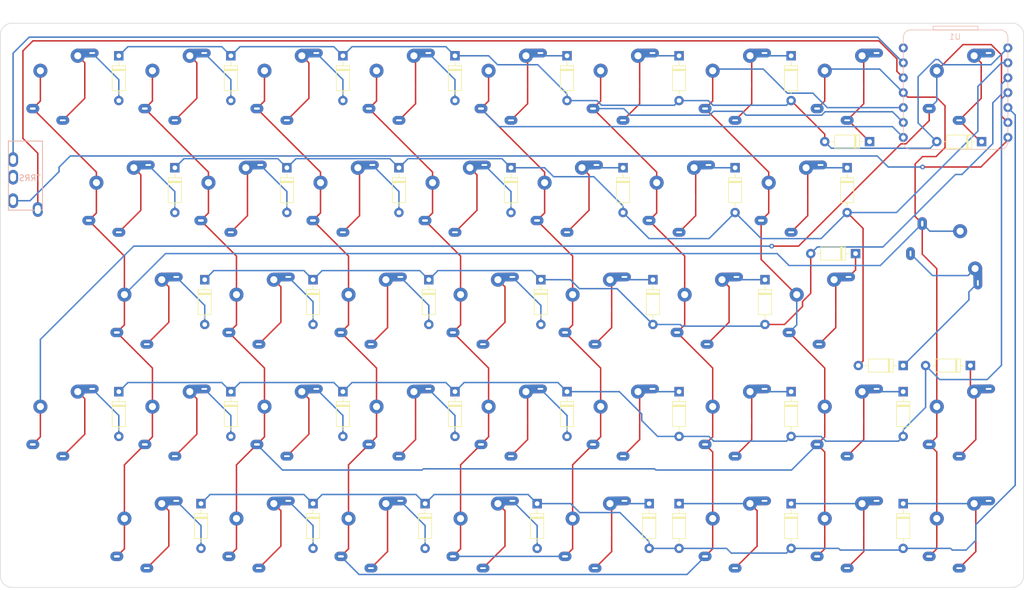
<source format=kicad_pcb>
(kicad_pcb (version 20221018) (generator pcbnew)
  (layers (0 "F.Cu" signal) (31 "B.Cu" signal) (34 "B.Paste" user) (35 "F.Paste" user) (36 "B.SilkS" user "B.Silkscreen") (37 "F.SilkS" user "F.Silkscreen") (38 "B.Mask" user) (39 "F.Mask" user) (44 "Edge.Cuts" user))
  (net 0 "")
  (net 1 "ROW1")
  (net 2 "Net-(D2-A)")
  (net 3 "Net-(D3-A)")
  (net 4 "Net-(D4-A)")
  (net 5 "Net-(D5-A)")
  (net 6 "Net-(D6-K)")
  (net 7 "Net-(D7-K)")
  (net 8 "Net-(D8-K)")
  (net 9 "Net-(D9-K)")
  (net 10 "Net-(D10-K)")
  (net 11 "ROW2")
  (net 12 "Net-(D12-A)")
  (net 13 "Net-(D13-A)")
  (net 14 "Net-(D14-A)")
  (net 15 "Net-(D15-A)")
  (net 16 "Net-(D16-K)")
  (net 17 "Net-(D17-K)")
  (net 18 "Net-(D18-K)")
  (net 19 "Net-(D19-K)")
  (net 20 "ROW3")
  (net 21 "Net-(D22-A)")
  (net 22 "Net-(D23-A)")
  (net 23 "Net-(D24-A)")
  (net 24 "Net-(D25-A)")
  (net 25 "Net-(D26-K)")
  (net 26 "Net-(D27-K)")
  (net 27 "Net-(D28-K)")
  (net 28 "ROW4")
  (net 29 "Net-(D31-A)")
  (net 30 "Net-(D32-A)")
  (net 31 "Net-(D33-A)")
  (net 32 "Net-(D34-A)")
  (net 33 "Net-(D35-A)")
  (net 34 "Net-(D36-K)")
  (net 35 "Net-(D37-K)")
  (net 36 "Net-(D38-K)")
  (net 37 "Net-(D39-K)")
  (net 38 "ROW5")
  (net 39 "Net-(D42-A)")
  (net 40 "Net-(D43-A)")
  (net 41 "Net-(D44-A)")
  (net 42 "Net-(D45-A)")
  (net 43 "Net-(D46-K)")
  (net 44 "Net-(D47-K)")
  (net 45 "Net-(D48-K)")
  (net 46 "Net-(D49-K)")
  (net 47 "TX")
  (net 48 "VCC")
  (net 49 "GND")
  (net 51 "COL2")
  (net 52 "COL3")
  (net 53 "COL4")
  (net 54 "COL5")
  (net 55 "COL1")
  (footprint "foostan/kbd:CherryMX_ChocV2_1u" (layer "F.Cu") (at 104.775 47.625)
    (fp_text reference "SW5" hide)
    (fp_text value "SW_PUSH" hide)
  )
  (footprint "Diode_THT:D_DO-35_SOD27_P7.62mm_Horizontal" (layer "F.Cu") (at 180.975 61.595 -90)
    (fp_text reference "D18" hide)
    (fp_text value "1N4148" hide)
  )
  (footprint "foostan/kbd:CherryMX_ChocV2_1u" (layer "F.Cu") (at 85.725 104.775)
    (fp_text reference "SW33" hide)
    (fp_text value "SW_PUSH" hide)
  )
  (footprint "foostan/kbd:CherryMX_ChocV2_1u" (layer "F.Cu") (at 161.925 104.775)
    (fp_text reference "SW37" hide)
    (fp_text value "SW_PUSH" hide)
  )
  (footprint "MountingHole:MountingHole_2.2mm_M2" (layer "F.Cu") (at 190.5 114.3)
    (fp_text reference "H8" hide)
    (fp_text value "MountingHole" hide)
  )
  (footprint "Diode_THT:D_DO-35_SOD27_P7.62mm_Horizontal" (layer "F.Cu") (at 201.93 95.25 180)
    (fp_text reference "D39" hide)
    (fp_text value "1N4148" hide)
  )
  (footprint "foostan/kbd:CherryMX_ChocV2_1u" (layer "F.Cu") (at 66.675 104.775)
    (fp_text reference "SW32" hide)
    (fp_text value "SW_PUSH" hide)
  )
  (footprint "Diode_THT:D_DO-35_SOD27_P7.62mm_Horizontal" (layer "F.Cu") (at 71.755 80.645 -90)
    (fp_text reference "D22" hide)
    (fp_text value "1N4148" hide)
  )
  (footprint "foostan/kbd:CherryMX_ChocV2_1u" (layer "F.Cu") (at 200.025 123.825)
    (fp_text reference "SW49" hide)
    (fp_text value "SW_PUSH" hide)
  )
  (footprint "Diode_THT:D_DO-35_SOD27_P7.62mm_Horizontal" (layer "F.Cu") (at 95.25 99.695 -90)
    (fp_text reference "D33" hide)
    (fp_text value "1N4148" hide)
  )
  (footprint "Diode_THT:D_DO-35_SOD27_P7.62mm_Horizontal" (layer "F.Cu") (at 152.4 118.745 -90)
    (fp_text reference "D47" hide)
    (fp_text value "1N4148" hide)
  )
  (footprint "Diode_THT:D_DO-35_SOD27_P7.62mm_Horizontal" (layer "F.Cu") (at 133.35 42.545 -90)
    (fp_text reference "D6" hide)
    (fp_text value "1N4148" hide)
  )
  (footprint "Diode_THT:D_DO-35_SOD27_P7.62mm_Horizontal" (layer "F.Cu") (at 128.27 118.745 -90)
    (fp_text reference "D45" hide)
    (fp_text value "1N4148" hide)
  )
  (footprint "foostan/kbd:CherryMX_ChocV2_1u" (layer "F.Cu") (at 66.675 47.625)
    (fp_text reference "SW3" hide)
    (fp_text value "SW_PUSH" hide)
  )
  (footprint "foostan/kbd:CherryMX_ChocV2_1u" (layer "F.Cu") (at 123.825 47.625)
    (fp_text reference "SW6" hide)
    (fp_text value "SW_PUSH" hide)
  )
  (footprint "foostan/kbd:CherryMX_ChocV2_1u" (layer "F.Cu") (at 138.1125 123.825)
    (fp_text reference "SW46" hide)
    (fp_text value "SW_PUSH" hide)
  )
  (footprint "foostan/kbd:CherryMX_ChocV2_1u" (layer "F.Cu") (at 119.0625 123.825)
    (fp_text reference "SW45" hide)
    (fp_text value "SW_PUSH" hide)
  )
  (footprint "foostan/kbd:CherryMX_ChocV2_1u" (layer "F.Cu") (at 152.4 66.675)
    (fp_text reference "SW17" hide)
    (fp_text value "SW_PUSH" hide)
  )
  (footprint "Diode_THT:D_DO-35_SOD27_P7.62mm_Horizontal" (layer "F.Cu") (at 57.15 42.545 -90)
    (fp_text reference "D2" hide)
    (fp_text value "1N4148" hide)
  )
  (footprint "Diode_THT:D_DO-35_SOD27_P7.62mm_Horizontal" (layer "F.Cu") (at 152.4 42.545 -90)
    (fp_text reference "D7" hide)
    (fp_text value "1N4148" hide)
  )
  (footprint "foostan/kbd:CherryMX_ChocV2_1u" (layer "F.Cu") (at 180.975 123.825)
    (fp_text reference "SW48" hide)
    (fp_text value "SW_PUSH" hide)
  )
  (footprint "Diode_THT:D_DO-35_SOD27_P7.62mm_Horizontal" (layer "F.Cu") (at 76.2 99.695 -90)
    (fp_text reference "D32" hide)
    (fp_text value "1N4148" hide)
  )
  (footprint "Diode_THT:D_DO-35_SOD27_P7.62mm_Horizontal" (layer "F.Cu") (at 123.825 61.595 -90)
    (fp_text reference "D15" hide)
    (fp_text value "1N4148" hide)
  )
  (footprint "Diode_THT:D_DO-35_SOD27_P7.62mm_Horizontal" (layer "F.Cu") (at 114.3 42.545 -90)
    (fp_text reference "D5" hide)
    (fp_text value "1N4148" hide)
  )
  (footprint "Diode_THT:D_DO-35_SOD27_P7.62mm_Horizontal" (layer "F.Cu") (at 171.45 42.545 -90)
    (fp_text reference "D8" hide)
    (fp_text value "1N4148" hide)
  )
  (footprint "Diode_THT:D_DO-35_SOD27_P7.62mm_Horizontal" (layer "F.Cu") (at 66.675 61.595 -90)
    (fp_text reference "D12" hide)
    (fp_text value "1N4148" hide)
  )
  (footprint "foostan/kbd:CherryMX_ChocV2_1u" (layer "F.Cu") (at 104.775 104.775)
    (fp_text reference "SW34" hide)
    (fp_text value "SW_PUSH" hide)
  )
  (footprint "foostan/kbd:CherryMX_ChocV2_1u" (layer "F.Cu") (at 95.25 66.675)
    (fp_text reference "SW14" hide)
    (fp_text value "SW_PUSH" hide)
  )
  (footprint "Diode_THT:D_DO-35_SOD27_P7.62mm_Horizontal" (layer "F.Cu") (at 57.15 99.695 -90)
    (fp_text reference "D31" hide)
    (fp_text value "1N4148" hide)
  )
  (footprint "Diode_THT:D_DO-35_SOD27_P7.62mm_Horizontal" (layer "F.Cu") (at 184.785 57.15 180)
    (fp_text reference "D9" hide)
    (fp_text value "1N4148" hide)
  )
  (footprint "MountingHole:MountingHole_2.2mm_M2" (layer "F.Cu") (at 109.5375 114.3)
    (fp_text reference "H7" hide)
    (fp_text value "MountingHole" hide)
  )
  (footprint "foostan/kbd:CherryMX_ChocV2_1u" (layer "F.Cu") (at 161.925 47.625)
    (fp_text reference "SW8" hide)
    (fp_text value "SW_PUSH" hide)
  )
  (footprint "foostan/kbd:CherryMX_ChocV2_1u" (layer "F.Cu") (at 176.2125 85.725)
    (fp_text reference "SW28" hide)
    (fp_text value "SW_PUSH" hide)
  )
  (footprint "foostan/kbd:CherryMX_ChocV2_1u" (layer "F.Cu") (at 119.0625 85.725)
    (fp_text reference "SW25" hide)
    (fp_text value "SW_PUSH" hide)
  )
  (footprint "Diode_THT:D_DO-35_SOD27_P7.62mm_Horizontal" (layer "F.Cu") (at 203.835 57.15 180)
    (fp_text reference "D10" hide)
    (fp_text value "1N4148" hide)
  )
  (footprint "Diode_THT:D_DO-35_SOD27_P7.62mm_Horizontal" (layer "F.Cu") (at 152.4 99.695 -90)
    (fp_text reference "D36" hide)
    (fp_text value "1N4148" hide)
  )
  (footprint "Diode_THT:D_DO-35_SOD27_P7.62mm_Horizontal" (layer "F.Cu") (at 114.3 99.695 -90)
    (fp_text reference "D34" hide)
    (fp_text value "1N4148" hide)
  )
  (footprint "Diode_THT:D_DO-35_SOD27_P7.62mm_Horizontal" (layer "F.Cu") (at 190.5 99.695 -90)
    (fp_text reference "D38" hide)
    (fp_text value "1N4148" hide)
  )
  (footprint "Diode_THT:D_DO-35_SOD27_P7.62mm_Horizontal" (layer "F.Cu") (at 167.005 80.645 -90)
    (fp_text reference "D27" hide)
    (fp_text value "1N4148" hide)
  )
  (footprint "MountingHole:MountingHole_2.2mm_M2" (layer "F.Cu") (at 147.6375 114.3)
    (fp_text reference "H4" hide)
    (fp_text value "MountingHole" hide)
  )
  (footprint "foostan/kbd:CherryMX_ChocV2_1u" (layer "F.Cu") (at 123.825 104.775)
    (fp_text reference "SW35" hide)
    (fp_text value "SW_PUSH" hide)
  )
  (footprint "foostan/kbd:CherryMX_ChocV2_1u" (layer "F.Cu") (at 47.625 104.775)
    (fp_text reference "SW31" hide)
    (fp_text value "SW_PUSH" hide)
  )
  (footprint "MountingHole:MountingHole_2.2mm_M2" (layer "F.Cu") (at 57.15 57.15)
    (fp_text reference "H1" hide)
    (fp_text value "MountingHole" hide)
  )
  (footprint "foostan/kbd:CherryMX_ChocV2_1u" (layer "F.Cu") (at 61.9125 123.825)
    (fp_text reference "SW42" hide)
    (fp_text value "SW_PUSH" hide)
  )
  (footprint "Diode_THT:D_DO-35_SOD27_P7.62mm_Horizontal" (layer "F.Cu") (at 133.35 99.695 -90)
    (fp_text reference "D35" hide)
    (fp_text value "1N4148" hide)
  )
  (footprint "Diode_THT:D_DO-35_SOD27_P7.62mm_Horizontal" (layer "F.Cu") (at 71.12 118.745 -90)
    (fp_text reference "D42" hide)
    (fp_text value "1N4148" hide)
  )
  (footprint "foostan/kbd:CherryMX_ChocV2_1u" (layer "F.Cu") (at 114.3 66.675)
    (fp_text reference "SW15" hide)
    (fp_text value "SW_PUSH" hide)
  )
  (footprint "foostan/kbd:CherryMX_ChocV2_1u" (layer "F.Cu") (at 100.0125 123.825)
    (fp_text reference "SW44" hide)
    (fp_text value "SW_PUSH" hide)
  )
  (footprint "Diode_THT:D_DO-35_SOD27_P7.62mm_Horizontal" (layer "F.Cu") (at 171.45 118.745 -90)
    (fp_text reference "D48" hide)
    (fp_text value "1N4148" hide)
  )
  (footprint "foostan/kbd:CherryMX_ChocV2_1u" (layer "F.Cu") (at 80.9625 123.825)
    (fp_text reference "SW43" hide)
    (fp_text value "SW_PUSH" hide)
  )
  (footprint "Diode_THT:D_DO-35_SOD27_P7.62mm_Horizontal" (layer "F.Cu") (at 90.17 118.745 -90)
    (fp_text reference "D43" hide)
    (fp_text value "1N4148" hide)
  )
  (footprint "Diode_THT:D_DO-35_SOD27_P7.62mm_Horizontal" (layer "F.Cu") (at 85.725 61.595 -90)
    (fp_text reference "D13" hide)
    (fp_text value "1N4148" hide)
  )
  (footprint "foostan/kbd:CherryMX_ChocV2_1u" (layer "F.Cu") (at 57.15 66.675)
    (fp_text reference "SW12" hide)
    (fp_text value "SW_PUSH" hide)
  )
  (footprint "foostan/kbd:CherryMX_ChocV2_1u" (layer "F.Cu") (at 142.875 104.775)
    (fp_text reference "SW36" hide)
    (fp_text value "SW_PUSH" hide)
  )
  (footprint "MountingHole:MountingHole_2.2mm_M2" (layer "F.Cu") (at 133.35 57.15)
    (fp_text reference "H2" hide)
    (fp_text value "MountingHole" hide)
  )
  (footprint "MountingHole:MountingHole_2.2mm_M2" (layer "F.Cu") (at 171.45 57.15)
    (fp_text reference "H6" hide)
    (fp_text value "MountingHole" hide)
  )
  (footprint "foostan/kbd:CherryMX_ChocV2_1u" (layer "F.Cu") (at 200.025 104.775)
    (fp_text reference "SW39" hide)
    (fp_text value "SW_PUSH" hide)
  )
  (footprint "foostan/kbd:CherryMX_ChocV2_1u" (layer "F.Cu") (at 171.45 66.675)
    (fp_text reference "SW18" hide)
    (fp_text value "SW_PUSH" hide)
  )
  (footprint "foostan/kbd:CherryMX_ChocV2_1u" (layer "F.Cu") (at 161.925 123.825)
    (fp_text reference "SW47" hide)
    (fp_text value "SW_PUSH" hide)
  )
  (footprint "foostan/kbd:CherryMX_ChocV2_1u" (layer "F.Cu") (at 80.9625 85.725)
    (fp_text reference "SW23" hide)
    (fp_text value "SW_PUSH" hide)
  )
  (footprint "Diode_THT:D_DO-35_SOD27_P7.62mm_Horizontal" (layer "F.Cu") (at 76.2 42.545 -90)
    (fp_text reference "D3" hide)
    (fp_text value "1N4148" hide)
  )
  (footprint "foostan/kbd:CherryMX_ChocV2_1u" (layer "F.Cu") (at 100.0125 85.725)
    (fp_text reference "SW24" hide)
    (fp_text value "SW_PUSH" hide)
  )
  (footprint "foostan/kbd:CherryMX_ChocV2_1u" (layer "F.Cu") (at 133.35 66.675)
    (fp_text reference "SW16" hide)
    (fp_text value "SW_PUSH" hide)
  )
  (footprint "Diode_THT:D_DO-35_SOD27_P7.62mm_Horizontal" (layer "F.Cu") (at 128.905 80.645 -90)
    (fp_text reference "D25" hide)
    (fp_text value "1N4148" hide)
  )
  (footprint "foostan/kbd:CherryMX_ChocV2_1u" (layer "F.Cu") (at 138.1125 85.725)
    (fp_text reference "SW26" hide)
    (fp_text value "SW_PUSH" hide)
  )
  (footprint "foostan/kbd:CherryMX_ChocV2_1u" (layer "F.Cu") (at 180.975 47.625)
    (fp_text reference "SW9" hide)
    (fp_text value "SW_PUSH" hide)
  )
  (footprint "snapeda/xiao:CherryMX_ChocV2_1u_with_2u_stabilizer" (layer "F.Cu") (at 197.64375 76.2 -90)
    (fp_text reference "SW19" hide)
    (fp_text value "SW_PUSH" hide)
  )
  (footprint "Diode_THT:D_DO-35_SOD27_P7.62mm_Horizontal" (layer "F.Cu") (at 109.22 118.745 -90)
    (fp_text reference "D44" hide)
    (fp_text value "1N4148" hide)
  )
  (footprint "Diode_THT:D_DO-35_SOD27_P7.62mm_Horizontal" (layer "F.Cu") (at 95.25 42.545 -90)
    (fp_text reference "D4" hide)
    (fp_text value "1N4148" hide)
  )
  (footprint "Diode_THT:D_DO-35_SOD27_P7.62mm_Horizontal" (layer "F.Cu") (at 182.40375 76.2 180)
    (fp_text reference "D28" hide)
    (fp_text value "1N4148" hide)
  )
  (footprint "foostan/kbd:CherryMX_ChocV2_1u" (layer "F.Cu") (at 200.025 47.625)
    (fp_text reference "SW10" hide)
    (fp_text value "SW_PUSH" hide)
  )
  (footprint "foostan/kbd:CherryMX_ChocV2_1u" (layer "F.Cu") (at 85.725 47.625)
    (fp_text reference "SW4" hide)
    (fp_text value "SW_PUSH" hide)
  )
  (footprint "Diode_THT:D_DO-35_SOD27_P7.62mm_Horizontal" (layer "F.Cu") (at 147.955 80.645 -90)
    (fp_text reference "D26" hide)
    (fp_text value "1N4148" hide)
  )
  (footprint "Diode_THT:D_DO-35_SOD27_P7.62mm_Horizontal" (layer "F.Cu") (at 161.925 61.595 -90)
    (fp_text reference "D17" hide)
    (fp_text value "1N4148" hide)
  )
  (footprint "Diode_THT:D_DO-35_SOD27_P7.62mm_Horizontal" (layer "F.Cu") (at 190.5 95.25 180)
    (fp_text reference "D19" hide)
    (fp_text value "1N4148" hide)
  )
  (footprint "foostan/kbd:CherryMX_ChocV2_1u" (layer "F.Cu") (at 157.1625 85.725)
    (fp_text reference "SW27" hide)
    (fp_text value "SW_PUSH" hide)
  )
  (footprint "Diode_THT:D_DO-35_SOD27_P7.62mm_Horizontal" (layer "F.Cu") (at 109.855 80.645 -90)
    (fp_text reference "D24" hide)
    (fp_text value "1N4148" hide)
  )
  (footprint "Diode_THT:D_DO-35_SOD27_P7.62mm_Horizontal" (layer "F.Cu") (at 190.5 118.745 -90)
    (fp_text reference "D49" hide)
    (fp_text value "1N4148" hide)
  )
  (footprint "foostan/kbd:CherryMX_ChocV2_1u" (layer "F.Cu") (at 61.9125 85.725)
    (fp_text reference "SW22" hide)
    (fp_text value "SW_PUSH" hide)
  )
  (footprint "Diode_THT:D_DO-35_SOD27_P7.62mm_Horizontal" (layer "F.Cu") (at 142.875 61.595 -90)
    (fp_text reference "D16" hide)
    (fp_text value "1N4148" hide)
  )
  (footprint "foostan/kbd:CherryMX_ChocV2_1u" (layer "F.Cu") (at 47.625 47.625)
    (fp_text reference "SW2" hide)
    (fp_text value "SW_PUSH" hide)
  )
  (footprint "foostan/kbd:CherryMX_ChocV2_1u" (layer "F.Cu") (at 142.875 47.625)
    (fp_text reference "SW7" hide)
    (fp_text value "SW_PUSH" hide)
  )
  (footprint "foostan/kbd:CherryMX_ChocV2_1u" (layer "F.Cu") (at 76.2 66.675)
    (fp_text reference "SW13" hide)
    (fp_text value "SW_PUSH" hide)
  )
  (footprint "Diode_THT:D_DO-35_SOD27_P7.62mm_Horizontal" (layer "F.Cu") (at 90.17 80.645 -90)
    (fp_text reference "D23" hide)
    (fp_text value "1N4148" hide)
  )
  (footprint "MountingHole:MountingHole_2.2mm_M2" (layer "F.Cu") (at 95.25 57.15)
    (fp_text reference "H5" hide)
    (fp_text value "MountingHole" hide)
  )
  (footprint "Diode_THT:D_DO-35_SOD27_P7.62mm_Horizontal" (layer "F.Cu") (at 104.775 61.595 -90)
    (fp_text reference "D14" hide)
    (fp_text value "1N4148" hide)
  )
  (footprint "Diode_THT:D_DO-35_SOD27_P7.62mm_Horizontal" (layer "F.Cu") (at 147.32 118.745 -90)
    (fp_text reference "D46" hide)
    (fp_text value "1N4148" hide)
  )
  (footprint "Diode_THT:D_DO-35_SOD27_P7.62mm_Horizontal" (layer "F.Cu") (at 171.45 99.695 -90)
    (fp_text reference "D37" hide)
    (fp_text value "1N4148" hide)
  )
  (footprint "foostan/kbd:CherryMX_ChocV2_1u" (layer "F.Cu") (at 180.975 104.775)
    (fp_text reference "SW38" hide)
    (fp_text value "SW_PUSH" hide)
  )
  (footprint "MountingHole:MountingHole_2.2mm_M2" (layer "F.Cu") (at 71.4375 114.3)
    (fp_text reference "H3" hide)
    (fp_text value "MountingHole" hide)
  )
  (footprint "foostan/kbd:MJ-4PP-9_1side" (layer "B.Cu") (at 41.275 56.905 180)
    (fp_text reference "J1")
    (fp_text value "MJ-4PP-9" hide)
  )
  (footprint "snapeda/xiao:xiao-wide" (layer "B.Cu") (at 198.14 61.52 180)
    (fp_text reference "U1")
    (fp_text value "102010388")
  )
  (gr_line (start 39 133) (end 209 133) (stroke (width 0.1)) (layer "Edge.Cuts"))
  (gr_arc (start 209 37) (mid 210.414214 37.585786) (end 211 39) (stroke (width 0.1)) (layer "Edge.Cuts"))
  (gr_arc (start 37 39) (mid 37.585786 37.585786) (end 39 37) (stroke (width 0.1)) (layer "Edge.Cuts"))
  (gr_arc (start 211 131) (mid 210.414214 132.414214) (end 209 133) (stroke (width 0.1)) (layer "Edge.Cuts"))
  (gr_line (start 37 39) (end 37 131) (stroke (width 0.1)) (layer "Edge.Cuts"))
  (gr_line (start 209 37) (end 39 37) (stroke (width 0.1)) (layer "Edge.Cuts"))
  (gr_arc (start 39 133) (mid 37.585786 132.414214) (end 37 131) (stroke (width 0.1)) (layer "Edge.Cuts"))
  (gr_line (start 211 39) (end 211 131) (stroke (width 0.1)) (layer "Edge.Cuts"))
  (segment (start 177.165 57.15) (end 177.165 55.88) (width 0.25) (layer "F.Cu") (net 1))
  (segment (start 177.165 55.88) (end 171.45 50.165) (width 0.25) (layer "F.Cu") (net 1))
  (segment (start 170.650001 50.964999) (end 158.155989 50.964999) (width 0.25) (layer "B.Cu") (net 1))
  (segment (start 196.466676 43.18) (end 195.963324 43.18) (width 0.25) (layer "B.Cu") (net 1))
  (segment (start 157.35599 50.165) (end 152.4 50.165) (width 0.25) (layer "B.Cu") (net 1))
  (segment (start 96.801899 40.993101) (end 112.748101 40.993101) (width 0.25) (layer "B.Cu") (net 1))
  (segment (start 193.04 53.975) (end 196.215 57.15) (width 0.25) (layer "B.Cu") (net 1))
  (segment (start 193.04 46.103324) (end 193.04 53.975) (width 0.25) (layer "B.Cu") (net 1))
  (segment (start 138.43 50.165) (end 133.35 50.165) (width 0.25) (layer "B.Cu") (net 1))
  (segment (start 133.35 50.165) (end 133.35 49.03363) (width 0.25) (layer "B.Cu") (net 1))
  (segment (start 151.600001 50.964999) (end 139.229999 50.964999) (width 0.25) (layer "B.Cu") (net 1))
  (segment (start 93.698101 40.993101) (end 95.25 42.545) (width 0.25) (layer "B.Cu") (net 1))
  (segment (start 112.748101 40.993101) (end 114.3 42.545) (width 0.25) (layer "B.Cu") (net 1))
  (segment (start 133.35 49.03363) (end 128.38637 44.07) (width 0.25) (layer "B.Cu") (net 1))
  (segment (start 74.648101 40.993101) (end 76.2 42.545) (width 0.25) (layer "B.Cu") (net 1))
  (segment (start 197.356676 44.07) (end 196.466676 43.18) (width 0.25) (layer "B.Cu") (net 1))
  (segment (start 76.2 42.545) (end 77.751899 40.993101) (width 0.25) (layer "B.Cu") (net 1))
  (segment (start 128.38637 44.07) (end 121.54 44.07) (width 0.25) (layer "B.Cu") (net 1))
  (segment (start 57.15 42.545) (end 58.701899 40.993101) (width 0.25) (layer "B.Cu") (net 1))
  (segment (start 178.29 58.275) (end 177.165 57.15) (width 0.25) (layer "B.Cu") (net 1))
  (segment (start 121.54 44.07) (end 120.015 42.545) (width 0.25) (layer "B.Cu") (net 1))
  (segment (start 171.45 50.165) (end 170.650001 50.964999) (width 0.25) (layer "B.Cu") (net 1))
  (segment (start 205.43 44.07) (end 197.356676 44.07) (width 0.25) (layer "B.Cu") (net 1))
  (segment (start 139.229999 50.964999) (end 138.43 50.165) (width 0.25) (layer "B.Cu") (net 1))
  (segment (start 196.215 57.15) (end 195.09 58.275) (width 0.25) (layer "B.Cu") (net 1))
  (segment (start 95.25 42.545) (end 96.801899 40.993101) (width 0.25) (layer "B.Cu") (net 1))
  (segment (start 77.751899 40.993101) (end 93.698101 40.993101) (width 0.25) (layer "B.Cu") (net 1))
  (segment (start 120.015 42.545) (end 114.3 42.545) (width 0.25) (layer "B.Cu") (net 1))
  (segment (start 195.09 58.275) (end 178.29 58.275) (width 0.25) (layer "B.Cu") (net 1))
  (segment (start 58.701899 40.993101) (end 74.648101 40.993101) (width 0.25) (layer "B.Cu") (net 1))
  (segment (start 195.963324 43.18) (end 193.04 46.103324) (width 0.25) (layer "B.Cu") (net 1))
  (segment (start 208.3 41.2) (end 205.43 44.07) (width 0.25) (layer "B.Cu") (net 1))
  (segment (start 152.4 50.165) (end 151.600001 50.964999) (width 0.25) (layer "B.Cu") (net 1))
  (segment (start 158.155989 50.964999) (end 157.35599 50.165) (width 0.25) (layer "B.Cu") (net 1))
  (segment (start 51.365 43.745) (end 51.365 49.785) (width 0.25) (layer "F.Cu") (net 2))
  (segment (start 51.365 49.785) (end 47.625 53.525) (width 0.25) (layer "F.Cu") (net 2))
  (segment (start 50.165 42.545) (end 51.365 43.745) (width 0.25) (layer "F.Cu") (net 2))
  (segment (start 57.15 50.165) (end 57.15 46.6) (width 0.25) (layer "B.Cu") (net 2))
  (segment (start 57.15 46.6) (end 52.625 42.075) (width 0.25) (layer "B.Cu") (net 2))
  (segment (start 70.415 49.785) (end 66.675 53.525) (width 0.25) (layer "F.Cu") (net 3))
  (segment (start 69.215 42.545) (end 70.415 43.745) (width 0.25) (layer "F.Cu") (net 3))
  (segment (start 70.415 43.745) (end 70.415 49.785) (width 0.25) (layer "F.Cu") (net 3))
  (segment (start 76.2 50.165) (end 76.2 46.6) (width 0.25) (layer "B.Cu") (net 3))
  (segment (start 76.2 46.6) (end 71.675 42.075) (width 0.25) (layer "B.Cu") (net 3))
  (segment (start 89.465 43.745) (end 89.465 49.785) (width 0.25) (layer "F.Cu") (net 4))
  (segment (start 88.265 42.545) (end 89.465 43.745) (width 0.25) (layer "F.Cu") (net 4))
  (segment (start 89.465 49.785) (end 85.725 53.525) (width 0.25) (layer "F.Cu") (net 4))
  (segment (start 95.25 50.165) (end 95.25 46.6) (width 0.25) (layer "B.Cu") (net 4))
  (segment (start 95.25 46.6) (end 90.725 42.075) (width 0.25) (layer "B.Cu") (net 4))
  (segment (start 107.6 50.7) (end 107.6 42.83) (width 0.25) (layer "F.Cu") (net 5))
  (segment (start 107.6 42.83) (end 107.315 42.545) (width 0.25) (layer "F.Cu") (net 5))
  (segment (start 104.775 53.525) (end 107.6 50.7) (width 0.25) (layer "F.Cu") (net 5))
  (segment (start 114.3 46.6) (end 109.775 42.075) (width 0.25) (layer "B.Cu") (net 5))
  (segment (start 114.3 50.165) (end 114.3 46.6) (width 0.25) (layer "B.Cu") (net 5))
  (segment (start 126.65 50.7) (end 126.65 42.83) (width 0.25) (layer "F.Cu") (net 6))
  (segment (start 123.825 53.525) (end 126.65 50.7) (width 0.25) (layer "F.Cu") (net 6))
  (segment (start 126.65 42.83) (end 126.365 42.545) (width 0.25) (layer "F.Cu") (net 6))
  (segment (start 128.825 42.075) (end 129.295 42.545) (width 0.25) (layer "B.Cu") (net 6))
  (segment (start 129.295 42.545) (end 133.35 42.545) (width 0.25) (layer "B.Cu") (net 6))
  (segment (start 145.7 42.83) (end 145.415 42.545) (width 0.25) (layer "F.Cu") (net 7))
  (segment (start 142.875 53.525) (end 145.7 50.7) (width 0.25) (layer "F.Cu") (net 7))
  (segment (start 145.7 50.7) (end 145.7 42.83) (width 0.25) (layer "F.Cu") (net 7))
  (segment (start 148.345 42.545) (end 152.4 42.545) (width 0.25) (layer "B.Cu") (net 7))
  (segment (start 147.875 42.075) (end 148.345 42.545) (width 0.25) (layer "B.Cu") (net 7))
  (segment (start 164.75 42.83) (end 164.465 42.545) (width 0.25) (layer "F.Cu") (net 8))
  (segment (start 164.75 50.7) (end 164.75 42.83) (width 0.25) (layer "F.Cu") (net 8))
  (segment (start 161.925 53.525) (end 164.75 50.7) (width 0.25) (layer "F.Cu") (net 8))
  (segment (start 166.925 42.075) (end 167.395 42.545) (width 0.25) (layer "B.Cu") (net 8))
  (segment (start 167.395 42.545) (end 171.45 42.545) (width 0.25) (layer "B.Cu") (net 8))
  (segment (start 183.8 50.7) (end 183.8 42.83) (width 0.25) (layer "F.Cu") (net 9))
  (segment (start 181.16 53.525) (end 184.785 57.15) (width 0.25) (layer "F.Cu") (net 9))
  (segment (start 180.975 53.525) (end 181.16 53.525) (width 0.25) (layer "F.Cu") (net 9))
  (segment (start 183.8 42.83) (end 183.515 42.545) (width 0.25) (layer "F.Cu") (net 9))
  (segment (start 180.975 53.525) (end 183.8 50.7) (width 0.25) (layer "F.Cu") (net 9))
  (segment (start 203.835 57.15) (end 203.65 57.15) (width 0.25) (layer "F.Cu") (net 10))
  (segment (start 203.765 49.785) (end 203.765 43.745) (width 0.25) (layer "F.Cu") (net 10))
  (segment (start 203.765 43.745) (end 202.565 42.545) (width 0.25) (layer "F.Cu") (net 10))
  (segment (start 200.025 53.525) (end 203.765 49.785) (width 0.25) (layer "F.Cu") (net 10))
  (segment (start 203.65 57.15) (end 200.025 53.525) (width 0.25) (layer "F.Cu") (net 10))
  (segment (start 182.88 95.25) (end 183.679999 94.450001) (width 0.25) (layer "F.Cu") (net 11))
  (segment (start 183.679999 94.450001) (end 183.679999 71.919999) (width 0.25) (layer "F.Cu") (net 11))
  (segment (start 183.679999 71.919999) (end 180.975 69.215) (width 0.25) (layer "F.Cu") (net 11))
  (segment (start 147.31 73.65) (end 142.875 69.215) (width 0.25) (layer "B.Cu") (net 11))
  (segment (start 85.725 61.595) (end 84.173101 60.043101) (width 0.25) (layer "B.Cu") (net 11))
  (segment (start 87.276899 60.043101) (end 85.725 61.595) (width 0.25) (layer "B.Cu") (net 11))
  (segment (start 106.326899 60.043101) (end 104.775 61.595) (width 0.25) (layer "B.Cu") (net 11))
  (segment (start 157.49 73.65) (end 147.31 73.65) (width 0.25) (layer "B.Cu") (net 11))
  (segment (start 122.273101 60.043101) (end 106.326899 60.043101) (width 0.25) (layer "B.Cu") (net 11))
  (segment (start 207.22237 43.74) (end 208.3 43.74) (width 0.25) (layer "B.Cu") (net 11))
  (segment (start 180.975 69.215) (end 176.54 73.65) (width 0.25) (layer "B.Cu") (net 11))
  (segment (start 84.173101 60.043101) (end 68.226899 60.043101) (width 0.25) (layer "B.Cu") (net 11))
  (segment (start 180.975 69.215) (end 189.357 69.215) (width 0.25) (layer "B.Cu") (net 11))
  (segment (start 131.065 63.12) (end 129.54 61.595) (width 0.25) (layer "B.Cu") (net 11))
  (segment (start 129.54 61.595) (end 123.825 61.595) (width 0.25) (layer "B.Cu") (net 11))
  (segment (start 189.357 69.215) (end 203.2 55.372) (width 0.25) (layer "B.Cu") (net 11))
  (segment (start 203.2 47.76237) (end 207.22237 43.74) (width 0.25) (layer "B.Cu") (net 11))
  (segment (start 142.875 69.215) (end 142.875 68.08363) (width 0.25) (layer "B.Cu") (net 11))
  (segment (start 68.226899 60.043101) (end 66.675 61.595) (width 0.25) (layer "B.Cu") (net 11))
  (segment (start 176.54 73.65) (end 166.36 73.65) (width 0.25) (layer "B.Cu") (net 11))
  (segment (start 203.2 55.372) (end 203.2 47.76237) (width 0.25) (layer "B.Cu") (net 11))
  (segment (start 104.775 61.595) (end 103.223101 60.043101) (width 0.25) (layer "B.Cu") (net 11))
  (segment (start 142.875 68.08363) (end 137.91137 63.12) (width 0.25) (layer "B.Cu") (net 11))
  (segment (start 103.223101 60.043101) (end 87.276899 60.043101) (width 0.25) (layer "B.Cu") (net 11))
  (segment (start 161.925 69.215) (end 157.49 73.65) (width 0.25) (layer "B.Cu") (net 11))
  (segment (start 166.36 73.65) (end 161.925 69.215) (width 0.25) (layer "B.Cu") (net 11))
  (segment (start 123.825 61.595) (end 122.273101 60.043101) (width 0.25) (layer "B.Cu") (net 11))
  (segment (start 137.91137 63.12) (end 131.065 63.12) (width 0.25) (layer "B.Cu") (net 11))
  (segment (start 59.69 61.595) (end 60.89 62.795) (width 0.25) (layer "F.Cu") (net 12))
  (segment (start 60.89 68.835) (end 57.15 72.575) (width 0.25) (layer "F.Cu") (net 12))
  (segment (start 60.89 62.795) (end 60.89 68.835) (width 0.25) (layer "F.Cu") (net 12))
  (segment (start 66.675 69.215) (end 66.675 65.65) (width 0.25) (layer "B.Cu") (net 12))
  (segment (start 66.675 65.65) (end 62.15 61.125) (width 0.25) (layer "B.Cu") (net 12))
  (segment (start 79.025 69.75) (end 79.025 61.88) (width 0.25) (layer "F.Cu") (net 13))
  (segment (start 76.2 72.575) (end 79.025 69.75) (width 0.25) (layer "F.Cu") (net 13))
  (segment (start 79.025 61.88) (end 78.74 61.595) (width 0.25) (layer "F.Cu") (net 13))
  (segment (start 85.725 65.65) (end 81.2 61.125) (width 0.25) (layer "B.Cu") (net 13))
  (segment (start 85.725 69.215) (end 85.725 65.65) (width 0.25) (layer "B.Cu") (net 13))
  (segment (start 95.25 72.575) (end 98.075 69.75) (width 0.25) (layer "F.Cu") (net 14))
  (segment (start 98.075 69.75) (end 98.075 61.88) (width 0.25) (layer "F.Cu") (net 14))
  (segment (start 98.075 61.88) (end 97.79 61.595) (width 0.25) (layer "F.Cu") (net 14))
  (segment (start 104.775 65.65) (end 100.25 61.125) (width 0.25) (layer "B.Cu") (net 14))
  (segment (start 104.775 69.215) (end 104.775 65.65) (width 0.25) (layer "B.Cu") (net 14))
  (segment (start 114.3 72.575) (end 118.04 68.835) (width 0.25) (layer "F.Cu") (net 15))
  (segment (start 118.04 62.795) (end 116.84 61.595) (width 0.25) (layer "F.Cu") (net 15))
  (segment (start 118.04 68.835) (end 118.04 62.795) (width 0.25) (layer "F.Cu") (net 15))
  (segment (start 123.825 69.215) (end 123.825 65.65) (width 0.25) (layer "B.Cu") (net 15))
  (segment (start 123.825 65.65) (end 119.3 61.125) (width 0.25) (layer "B.Cu") (net 15))
  (segment (start 137.09 68.835) (end 137.09 62.795) (width 0.25) (layer "F.Cu") (net 16))
  (segment (start 133.35 72.575) (end 137.09 68.835) (width 0.25) (layer "F.Cu") (net 16))
  (segment (start 137.09 62.795) (end 135.89 61.595) (width 0.25) (layer "F.Cu") (net 16))
  (segment (start 138.35 61.125) (end 138.82 61.595) (width 0.25) (layer "B.Cu") (net 16))
  (segment (start 138.82 61.595) (end 142.875 61.595) (width 0.25) (layer "B.Cu") (net 16))
  (segment (start 152.4 72.575) (end 155.225 69.75) (width 0.25) (layer "F.Cu") (net 17))
  (segment (start 155.225 61.88) (end 154.94 61.595) (width 0.25) (layer "F.Cu") (net 17))
  (segment (start 155.225 69.75) (end 155.225 61.88) (width 0.25) (layer "F.Cu") (net 17))
  (segment (start 157.4 61.125) (end 157.87 61.595) (width 0.25) (layer "B.Cu") (net 17))
  (segment (start 157.87 61.595) (end 161.925 61.595) (width 0.25) (layer "B.Cu") (net 17))
  (segment (start 171.45 72.575) (end 174.275 69.75) (width 0.25) (layer "F.Cu") (net 18))
  (segment (start 174.275 69.75) (end 174.275 61.88) (width 0.25) (layer "F.Cu") (net 18))
  (segment (start 174.275 61.88) (end 173.99 61.595) (width 0.25) (layer "F.Cu") (net 18))
  (segment (start 176.92 61.595) (end 180.975 61.595) (width 0.25) (layer "B.Cu") (net 18))
  (segment (start 176.45 61.125) (end 176.92 61.595) (width 0.25) (layer "B.Cu") (net 18))
  (segment (start 202.72375 78.74) (end 201.52375 79.94) (width 0.25) (layer "B.Cu") (net 19))
  (segment (start 201.52375 79.94) (end 195.48375 79.94) (width 0.25) (layer "B.Cu") (net 19))
  (segment (start 190.5 95.25) (end 201.676 84.074) (width 0.25) (layer "B.Cu") (net 19))
  (segment (start 201.676 82.71775) (end 203.19375 81.2) (width 0.25) (layer "B.Cu") (net 19))
  (segment (start 195.48375 79.94) (end 191.74375 76.2) (width 0.25) (layer "B.Cu") (net 19))
  (segment (start 201.676 84.074) (end 201.676 82.71775) (width 0.25) (layer "B.Cu") (net 19))
  (segment (start 173.3875 84.356676) (end 174.78375 82.960426) (width 0.25) (layer "F.Cu") (net 20))
  (segment (start 167.005 88.265) (end 170.324912 88.265) (width 0.25) (layer "F.Cu") (net 20))
  (segment (start 174.78375 82.960426) (end 174.78375 76.2) (width 0.25) (layer "F.Cu") (net 20))
  (segment (start 170.324912 88.265) (end 173.3875 85.202412) (width 0.25) (layer "F.Cu") (net 20))
  (segment (start 173.3875 85.202412) (end 173.3875 84.356676) (width 0.25) (layer "F.Cu") (net 20))
  (segment (start 73.306899 79.093101) (end 71.755 80.645) (width 0.25) (layer "B.Cu") (net 20))
  (segment (start 133.919176 80.645) (end 128.905 80.645) (width 0.25) (layer "B.Cu") (net 20))
  (segment (start 208.3 46.28) (end 207.213 47.367) (width 0.25) (layer "B.Cu") (net 20))
  (segment (start 152.59349 88.265) (end 147.955 88.265) (width 0.25) (layer "B.Cu") (net 20))
  (segment (start 199.39 62.738) (end 187.053 75.075) (width 0.25) (layer "B.Cu") (net 20))
  (segment (start 88.618101 79.093101) (end 73.306899 79.093101) (width 0.25) (layer "B.Cu") (net 20))
  (segment (start 152.87849 88.55) (end 152.59349 88.265) (width 0.25) (layer "B.Cu") (net 20))
  (segment (start 109.855 80.645) (end 108.306511 79.096511) (width 0.25) (layer "B.Cu") (net 20))
  (segment (start 147.955 88.265) (end 141.86 82.17) (width 0.25) (layer "B.Cu") (net 20))
  (segment (start 207.213 47.367) (end 207.213 49.073) (width 0.25) (layer "B.Cu") (net 20))
  (segment (start 91.718489 79.096511) (end 90.17 80.645) (width 0.25) (layer "B.Cu") (net 20))
  (segment (start 128.905 80.645) (end 127.353101 79.093101) (width 0.25) (layer "B.Cu") (net 20))
  (segment (start 187.053 75.075) (end 175.90875 75.075) (width 0.25) (layer "B.Cu") (net 20))
  (segment (start 127.353101 79.093101) (end 111.406899 79.093101) (width 0.25) (layer "B.Cu") (net 20))
  (segment (start 141.86 82.17) (end 135.444176 82.17) (width 0.25) (layer "B.Cu") (net 20))
  (segment (start 108.306511 79.096511) (end 91.718489 79.096511) (width 0.25) (layer "B.Cu") (net 20))
  (segment (start 175.90875 75.075) (end 174.78375 76.2) (width 0.25) (layer "B.Cu") (net 20))
  (segment (start 207.213 49.073) (end 205.74 50.546) (width 0.25) (layer "B.Cu") (net 20))
  (segment (start 166.72 88.55) (end 152.87849 88.55) (width 0.25) (layer "B.Cu") (net 20))
  (segment (start 167.005 88.265) (end 166.72 88.55) (width 0.25) (layer "B.Cu") (net 20))
  (segment (start 135.444176 82.17) (end 133.919176 80.645) (width 0.25) (layer "B.Cu") (net 20))
  (segment (start 200.497 62.738) (end 199.39 62.738) (width 0.25) (layer "B.Cu") (net 20))
  (segment (start 205.74 50.546) (end 205.74 57.495) (width 0.25) (layer "B.Cu") (net 20))
  (segment (start 90.17 80.645) (end 88.618101 79.093101) (width 0.25) (layer "B.Cu") (net 20))
  (segment (start 205.74 57.495) (end 200.497 62.738) (width 0.25) (layer "B.Cu") (net 20))
  (segment (start 111.406899 79.093101) (end 109.855 80.645) (width 0.25) (layer "B.Cu") (net 20))
  (segment (start 65.6525 87.885) (end 61.9125 91.625) (width 0.25) (layer "F.Cu") (net 21))
  (segment (start 64.4525 80.645) (end 65.6525 81.845) (width 0.25) (layer "F.Cu") (net 21))
  (segment (start 65.6525 81.845) (end 65.6525 87.885) (width 0.25) (layer "F.Cu") (net 21))
  (segment (start 71.755 85.0175) (end 66.9125 80.175) (width 0.25) (layer "B.Cu") (net 21))
  (segment (start 71.755 88.265) (end 71.755 85.0175) (width 0.25) (layer "B.Cu") (net 21))
  (segment (start 84.7025 87.885) (end 80.9625 91.625) (width 0.25) (layer "F.Cu") (net 22))
  (segment (start 83.5025 80.645) (end 84.7025 81.845) (width 0.25) (layer "F.Cu") (net 22))
  (segment (start 84.7025 81.845) (end 84.7025 87.885) (width 0.25) (layer "F.Cu") (net 22))
  (segment (start 90.17 84.3825) (end 85.9625 80.175) (width 0.25) (layer "B.Cu") (net 22))
  (segment (start 90.17 88.265) (end 90.17 84.3825) (width 0.25) (layer "B.Cu") (net 22))
  (segment (start 100.0125 91.625) (end 102.8375 88.8) (width 0.25) (layer "F.Cu") (net 23))
  (segment (start 102.8375 88.8) (end 102.8375 80.93) (width 0.25) (layer "F.Cu") (net 23))
  (segment (start 102.8375 80.93) (end 102.5525 80.645) (width 0.25) (layer "F.Cu") (net 23))
  (segment (start 109.855 85.0175) (end 105.0125 80.175) (width 0.25) (layer "B.Cu") (net 23))
  (segment (start 109.855 88.265) (end 109.855 85.0175) (width 0.25) (layer "B.Cu") (net 23))
  (segment (start 122.8025 81.845) (end 121.6025 80.645) (width 0.25) (layer "F.Cu") (net 24))
  (segment (start 119.0625 91.625) (end 122.8025 87.885) (width 0.25) (layer "F.Cu") (net 24))
  (segment (start 122.8025 87.885) (end 122.8025 81.845) (width 0.25) (layer "F.Cu") (net 24))
  (segment (start 128.905 85.0175) (end 124.0625 80.175) (width 0.25) (layer "B.Cu") (net 24))
  (segment (start 128.905 88.265) (end 128.905 85.0175) (width 0.25) (layer "B.Cu") (net 24))
  (segment (start 140.9375 88.8) (end 140.9375 80.93) (width 0.25) (layer "F.Cu") (net 25))
  (segment (start 140.9375 80.93) (end 140.6525 80.645) (width 0.25) (layer "F.Cu") (net 25))
  (segment (start 138.1125 91.625) (end 140.9375 88.8) (width 0.25) (layer "F.Cu") (net 25))
  (segment (start 143.5825 80.645) (end 147.955 80.645) (width 0.25) (layer "B.Cu") (net 25))
  (segment (start 143.1125 80.175) (end 143.5825 80.645) (width 0.25) (layer "B.Cu") (net 25))
  (segment (start 157.1625 91.625) (end 160.9025 87.885) (width 0.25) (layer "F.Cu") (net 26))
  (segment (start 160.9025 81.845) (end 159.7025 80.645) (width 0.25) (layer "F.Cu") (net 26))
  (segment (start 160.9025 87.885) (end 160.9025 81.845) (width 0.25) (layer "F.Cu") (net 26))
  (segment (start 162.1625 80.175) (end 162.6325 80.645) (width 0.25) (layer "B.Cu") (net 26))
  (segment (start 162.6325 80.645) (end 167.005 80.645) (width 0.25) (layer "B.Cu") (net 26))
  (segment (start 179.0375 80.93) (end 178.7525 80.645) (width 0.25) (layer "F.Cu") (net 27))
  (segment (start 181.2125 80.175) (end 182.40375 78.98375) (width 0.25) (layer "F.Cu") (net 27))
  (segment (start 179.0375 88.8) (end 179.0375 80.93) (width 0.25) (layer "F.Cu") (net 27))
  (segment (start 176.2125 91.625) (end 179.0375 88.8) (width 0.25) (layer "F.Cu") (net 27))
  (segment (start 182.40375 78.98375) (end 182.40375 76.2) (width 0.25) (layer "F.Cu") (net 27))
  (segment (start 190.5 107.315) (end 189.700001 108.114999) (width 0.25) (layer "B.Cu") (net 28))
  (segment (start 207.213 49.907) (end 207.213 95.20575) (width 0.25) (layer "B.Cu") (net 28))
  (segment (start 189.700001 108.114999) (end 177.329999 108.114999) (width 0.25) (layer "B.Cu") (net 28))
  (segment (start 95.25 99.695) (end 93.698101 98.143101) (width 0.25) (layer "B.Cu") (net 28))
  (segment (start 190.5 107.315) (end 190.5 106.18363) (width 0.25) (layer "B.Cu") (net 28))
  (segment (start 148.762588 107.315) (end 146.05 104.602412) (width 0.25) (layer "B.Cu") (net 28))
  (segment (start 204.7875 97.63125) (end 196.69125 97.63125) (width 0.25) (layer "B.Cu") (net 28))
  (segment (start 146.05 103.505) (end 142.24 99.695) (width 0.25) (layer "B.Cu") (net 28))
  (segment (start 74.648101 98.143101) (end 58.701899 98.143101) (width 0.25) (layer "B.Cu") (net 28))
  (segment (start 207.213 95.20575) (end 204.7875 97.63125) (width 0.25) (layer "B.Cu") (net 28))
  (segment (start 115.851899 98.143101) (end 114.3 99.695) (width 0.25) (layer "B.Cu") (net 28))
  (segment (start 176.53 107.315) (end 171.45 107.315) (width 0.25) (layer "B.Cu") (net 28))
  (segment (start 112.748101 98.143101) (end 96.801899 98.143101) (width 0.25) (layer "B.Cu") (net 28))
  (segment (start 208.3 48.82) (end 207.213 49.907) (width 0.25) (layer "B.Cu") (net 28))
  (segment (start 158.279999 108.114999) (end 157.48 107.315) (width 0.25) (layer "B.Cu") (net 28))
  (segment (start 77.751899 98.143101) (end 76.2 99.695) (width 0.25) (layer "B.Cu") (net 28))
  (segment (start 142.24 99.695) (end 133.35 99.695) (width 0.25) (layer "B.Cu") (net 28))
  (segment (start 190.5 106.18363) (end 194.31 102.37363) (width 0.25) (layer "B.Cu") (net 28))
  (segment (start 114.3 99.695) (end 112.748101 98.143101) (width 0.25) (layer "B.Cu") (net 28))
  (segment (start 131.798101 98.143101) (end 115.851899 98.143101) (width 0.25) (layer "B.Cu") (net 28))
  (segment (start 58.701899 98.143101) (end 57.15 99.695) (width 0.25) (layer "B.Cu") (net 28))
  (segment (start 152.4 107.315) (end 148.762588 107.315) (width 0.25) (layer "B.Cu") (net 28))
  (segment (start 194.31 102.37363) (end 194.31 95.25) (width 0.25) (layer "B.Cu") (net 28))
  (segment (start 146.05 104.602412) (end 146.05 103.505) (width 0.25) (layer "B.Cu") (net 28))
  (segment (start 196.69125 97.63125) (end 194.31 95.25) (width 0.25) (layer "B.Cu") (net 28))
  (segment (start 133.35 99.695) (end 131.798101 98.143101) (width 0.25) (layer "B.Cu") (net 28))
  (segment (start 96.801899 98.143101) (end 95.25 99.695) (width 0.25) (layer "B.Cu") (net 28))
  (segment (start 93.698101 98.143101) (end 77.751899 98.143101) (width 0.25) (layer "B.Cu") (net 28))
  (segment (start 76.2 99.695) (end 74.648101 98.143101) (width 0.25) (layer "B.Cu") (net 28))
  (segment (start 171.45 107.315) (end 170.650001 108.114999) (width 0.25) (layer "B.Cu") (net 28))
  (segment (start 157.48 107.315) (end 152.4 107.315) (width 0.25) (layer "B.Cu") (net 28))
  (segment (start 170.650001 108.114999) (end 158.279999 108.114999) (width 0.25) (layer "B.Cu") (net 28))
  (segment (start 177.329999 108.114999) (end 176.53 107.315) (width 0.25) (layer "B.Cu") (net 28))
  (segment (start 50.165 99.695) (end 51.365 100.895) (width 0.25) (layer "F.Cu") (net 29))
  (segment (start 51.365 100.895) (end 51.365 106.935) (width 0.25) (layer "F.Cu") (net 29))
  (segment (start 51.365 106.935) (end 47.625 110.675) (width 0.25) (layer "F.Cu") (net 29))
  (segment (start 57.15 103.75) (end 52.625 99.225) (width 0.25) (layer "B.Cu") (net 29))
  (segment (start 57.15 107.315) (end 57.15 103.75) (width 0.25) (layer "B.Cu") (net 29))
  (segment (start 70.415 106.935) (end 66.675 110.675) (width 0.25) (layer "F.Cu") (net 30))
  (segment (start 70.415 100.895) (end 70.415 106.935) (width 0.25) (layer "F.Cu") (net 30))
  (segment (start 69.215 99.695) (end 70.415 100.895) (width 0.25) (layer "F.Cu") (net 30))
  (segment (start 76.2 103.75) (end 71.675 99.225) (width 0.25) (layer "B.Cu") (net 30))
  (segment (start 76.2 107.315) (end 76.2 103.75) (width 0.25) (layer "B.Cu") (net 30))
  (segment (start 88.265 99.695) (end 89.465 100.895) (width 0.25) (layer "F.Cu") (net 31))
  (segment (start 89.465 100.895) (end 89.465 106.935) (width 0.25) (layer "F.Cu") (net 31))
  (segment (start 89.465 106.935) (end 85.725 110.675) (width 0.25) (layer "F.Cu") (net 31))
  (segment (start 95.25 103.75) (end 90.725 99.225) (width 0.25) (layer "B.Cu") (net 31))
  (segment (start 95.25 107.315) (end 95.25 103.75) (width 0.25) (layer "B.Cu") (net 31))
  (segment (start 107.6 99.98) (end 107.315 99.695) (width 0.25) (layer "F.Cu") (net 32))
  (segment (start 104.775 110.675) (end 107.6 107.85) (width 0.25) (layer "F.Cu") (net 32))
  (segment (start 107.6 107.85) (end 107.6 99.98) (width 0.25) (layer "F.Cu") (net 32))
  (segment (start 114.3 103.75) (end 109.775 99.225) (width 0.25) (layer "B.Cu") (net 32))
  (segment (start 114.3 107.315) (end 114.3 103.75) (width 0.25) (layer "B.Cu") (net 32))
  (segment (start 123.825 110.675) (end 126.65 107.85) (width 0.25) (layer "F.Cu") (net 33))
  (segment (start 126.65 99.98) (end 126.365 99.695) (width 0.25) (layer "F.Cu") (net 33))
  (segment (start 126.65 107.85) (end 126.65 99.98) (width 0.25) (layer "F.Cu") (net 33))
  (segment (start 133.35 103.75) (end 128.825 99.225) (width 0.25) (layer "B.Cu") (net 33))
  (segment (start 133.35 107.315) (end 133.35 103.75) (width 0.25) (layer "B.Cu") (net 33))
  (segment (start 145.7 107.85) (end 145.7 99.98) (width 0.25) (layer "F.Cu") (net 34))
  (segment (start 142.875 110.675) (end 145.7 107.85) (width 0.25) (layer "F.Cu") (net 34))
  (segment (start 145.7 99.98) (end 145.415 99.695) (width 0.25) (layer "F.Cu") (net 34))
  (segment (start 148.345 99.695) (end 152.4 99.695) (width 0.25) (layer "B.Cu") (net 34))
  (segment (start 147.875 99.225) (end 148.345 99.695) (width 0.25) (layer "B.Cu") (net 34))
  (segment (start 164.75 99.98) (end 164.465 99.695) (width 0.25) (layer "F.Cu") (net 35))
  (segment (start 164.75 107.85) (end 164.75 99.98) (width 0.25) (layer "F.Cu") (net 35))
  (segment (start 161.925 110.675) (end 164.75 107.85) (width 0.25) (layer "F.Cu") (net 35))
  (segment (start 166.925 99.225) (end 167.395 99.695) (width 0.25) (layer "B.Cu") (net 35))
  (segment (start 167.395 99.695) (end 171.45 99.695) (width 0.25) (layer "B.Cu") (net 35))
  (segment (start 180.975 110.675) (end 183.8 107.85) (width 0.25) (layer "F.Cu") (net 36))
  (segment (start 183.8 107.85) (end 183.8 99.98) (width 0.25) (layer "F.Cu") (net 36))
  (segment (start 183.8 99.98) (end 183.515 99.695) (width 0.25) (layer "F.Cu") (net 36))
  (segment (start 186.445 99.695) (end 190.5 99.695) (width 0.25) (layer "B.Cu") (net 36))
  (segment (start 185.975 99.225) (end 186.445 99.695) (width 0.25) (layer "B.Cu") (net 36))
  (segment (start 202.85 107.85) (end 202.85 99.98) (width 0.25) (layer "F.Cu") (net 37))
  (segment (start 201.93 95.25) (end 201.93 99.06) (width 0.25) (layer "F.Cu") (net 37))
  (segment (start 201.93 99.06) (end 202.565 99.695) (width 0.25) (layer "F.Cu") (net 37))
  (segment (start 202.85 99.98) (end 202.565 99.695) (width 0.25) (layer "F.Cu") (net 37))
  (segment (start 200.025 110.675) (end 202.85 107.85) (width 0.25) (layer "F.Cu") (net 37))
  (segment (start 72.671899 117.193101) (end 71.12 118.745) (width 0.25) (layer "B.Cu") (net 38))
  (segment (start 202.85 124.995153) (end 202.85 122.32265) (width 0.25) (layer "B.Cu") (net 38))
  (segment (start 209.55 52.61) (end 208.3 51.36) (width 0.25) (layer "B.Cu") (net 38))
  (segment (start 126.721511 117.196511) (end 110.768489 117.196511) (width 0.25) (layer "B.Cu") (net 38))
  (segment (start 90.17 118.745) (end 88.618101 117.193101) (width 0.25) (layer "B.Cu") (net 38))
  (segment (start 190.215 126.65) (end 190.5 126.365) (width 0.25) (layer "B.Cu") (net 38))
  (segment (start 135.51 120.27) (end 133.985 118.745) (width 0.25) (layer "B.Cu") (net 38))
  (segment (start 202.85 122.32265) (end 209.55 115.62265) (width 0.25) (layer "B.Cu") (net 38))
  (segment (start 147.32 126.365) (end 152.4 126.365) (width 0.25) (layer "B.Cu") (net 38))
  (segment (start 109.22 118.745) (end 107.668101 117.193101) (width 0.25) (layer "B.Cu") (net 38))
  (segment (start 128.27 118.745) (end 126.721511 117.196511) (width 0.25) (layer "B.Cu") (net 38))
  (segment (start 133.985 118.745) (end 128.27 118.745) (width 0.25) (layer "B.Cu") (net 38))
  (segment (start 110.768489 117.196511) (end 109.22 118.745) (width 0.25) (layer "B.Cu") (net 38))
  (segment (start 142.35637 120.27) (end 135.51 120.27) (width 0.25) (layer "B.Cu") (net 38))
  (segment (start 198.854847 126.65) (end 201.195153 126.65) (width 0.25) (layer "B.Cu") (net 38))
  (segment (start 198.569847 126.365) (end 198.854847 126.65) (width 0.25) (layer "B.Cu") (net 38))
  (segment (start 147.32 126.365) (end 147.32 125.23363) (width 0.25) (layer "B.Cu") (net 38))
  (segment (start 201.195153 126.65) (end 202.85 124.995153) (width 0.25) (layer "B.Cu") (net 38))
  (segment (start 88.618101 117.193101) (end 72.671899 117.193101) (width 0.25) (layer "B.Cu") (net 38))
  (segment (start 179.804847 126.65) (end 190.215 126.65) (width 0.25) (layer "B.Cu") (net 38))
  (segment (start 170.650001 127.164999) (end 171.45 126.365) (width 0.25) (layer "B.Cu") (net 38))
  (segment (start 171.45 126.365) (end 179.519847 126.365) (width 0.25) (layer "B.Cu") (net 38))
  (segment (start 147.32 125.23363) (end 142.35637 120.27) (width 0.25) (layer "B.Cu") (net 38))
  (segment (start 179.519847 126.365) (end 179.804847 126.65) (width 0.25) (layer "B.Cu") (net 38))
  (segment (start 107.668101 117.193101) (end 91.721899 117.193101) (width 0.25) (layer "B.Cu") (net 38))
  (segment (start 152.4 126.365) (end 160.469847 126.365) (width 0.25) (layer "B.Cu") (net 38))
  (segment (start 91.721899 117.193101) (end 90.17 118.745) (width 0.25) (layer "B.Cu") (net 38))
  (segment (start 161.269846 127.164999) (end 170.650001 127.164999) (width 0.25) (layer "B.Cu") (net 38))
  (segment (start 160.469847 126.365) (end 161.269846 127.164999) (width 0.25) (layer "B.Cu") (net 38))
  (segment (start 209.55 115.62265) (end 209.55 52.61) (width 0.25) (layer "B.Cu") (net 38))
  (segment (start 190.5 126.365) (end 198.569847 126.365) (width 0.25) (layer "B.Cu") (net 38))
  (segment (start 65.6525 119.945) (end 65.6525 125.985) (width 0.25) (layer "F.Cu") (net 39))
  (segment (start 64.4525 118.745) (end 65.6525 119.945) (width 0.25) (layer "F.Cu") (net 39))
  (segment (start 65.6525 125.985) (end 61.9125 129.725) (width 0.25) (layer "F.Cu") (net 39))
  (segment (start 71.12 122.4825) (end 66.9125 118.275) (width 0.25) (layer "B.Cu") (net 39))
  (segment (start 71.12 126.365) (end 71.12 122.4825) (width 0.25) (layer "B.Cu") (net 39))
  (segment (start 83.5025 118.745) (end 84.7025 119.945) (width 0.25) (layer "F.Cu") (net 40))
  (segment (start 84.7025 125.985) (end 80.9625 129.725) (width 0.25) (layer "F.Cu") (net 40))
  (segment (start 84.7025 119.945) (end 84.7025 125.985) (width 0.25) (layer "F.Cu") (net 40))
  (segment (start 90.17 126.365) (end 90.17 122.4825) (width 0.25) (layer "B.Cu") (net 40))
  (segment (start 90.17 122.4825) (end 85.9625 118.275) (width 0.25) (layer "B.Cu") (net 40))
  (segment (start 102.8375 126.9) (end 102.8375 119.03) (width 0.25) (layer "F.Cu") (net 41))
  (segment (start 100.0125 129.725) (end 102.8375 126.9) (width 0.25) (layer "F.Cu") (net 41))
  (segment (start 102.8375 119.03) (end 102.5525 118.745) (width 0.25) (layer "F.Cu") (net 41))
  (segment (start 109.22 122.4825) (end 105.0125 118.275) (width 0.25) (layer "B.Cu") (net 41))
  (segment (start 109.22 126.365) (end 109.22 122.4825) (width 0.25) (layer "B.Cu") (net 41))
  (segment (start 119.0625 129.725) (end 122.8025 125.985) (width 0.25) (layer "F.Cu") (net 42))
  (segment (start 122.8025 119.945) (end 121.6025 118.745) (width 0.25) (layer "F.Cu") (net 42))
  (segment (start 122.8025 125.985) (end 122.8025 119.945) (width 0.25) (layer "F.Cu") (net 42))
  (segment (start 128.27 126.365) (end 128.27 122.4825) (width 0.25) (layer "B.Cu") (net 42))
  (segment (start 128.27 122.4825) (end 124.0625 118.275) (width 0.25) (layer "B.Cu") (net 42))
  (segment (start 140.9375 126.9) (end 140.9375 119.03) (width 0.25) (layer "F.Cu") (net 43))
  (segment (start 138.1125 129.725) (end 140.9375 126.9) (width 0.25) (layer "F.Cu") (net 43))
  (segment (start 140.9375 119.03) (end 140.6525 118.745) (width 0.25) (layer "F.Cu") (net 43))
  (segment (start 147.32 118.745) (end 140.6525 118.745) (width 0.25) (layer "B.Cu") (net 43))
  (segment (start 161.925 129.725) (end 165.665 125.985) (width 0.25) (layer "F.Cu") (net 44))
  (segment (start 165.665 125.985) (end 165.665 119.945) (width 0.25) (layer "F.Cu") (net 44))
  (segment (start 165.665 119.945) (end 164.465 118.745) (width 0.25) (layer "F.Cu") (net 44))
  (segment (start 164.465 118.745) (end 152.4 118.745) (width 0.25) (layer "B.Cu") (net 44))
  (segment (start 183.8 119.03) (end 183.515 118.745) (width 0.25) (layer "F.Cu") (net 45))
  (segment (start 183.8 126.9) (end 183.8 119.03) (width 0.25) (layer "F.Cu") (net 45))
  (segment (start 180.975 129.725) (end 183.8 126.9) (width 0.25) (layer "F.Cu") (net 45))
  (segment (start 183.515 118.745) (end 171.45 118.745) (width 0.25) (layer "B.Cu") (net 45))
  (segment (start 202.85 126.9) (end 202.85 119.03) (width 0.25) (layer "F.Cu") (net 46))
  (segment (start 202.85 119.03) (end 202.565 118.745) (width 0.25) (layer "F.Cu") (net 46))
  (segment (start 200.025 129.725) (end 202.85 126.9) (width 0.25) (layer "F.Cu") (net 46))
  (segment (start 202.565 118.745) (end 190.5 118.745) (width 0.25) (layer "B.Cu") (net 46))
  (segment (start 208.3 56.876) (end 208.3 56.44) (width 0.25) (layer "F.Cu") (net 47))
  (segment (start 203.708 61.468) (end 208.3 56.876) (width 0.25) (layer "F.Cu") (net 47))
  (segment (start 193.802 61.468) (end 203.708 61.468) (width 0.25) (layer "F.Cu") (net 47))
  (via (at 193.802 61.468) (size 0.8) (drill 0.4) (layers "F.Cu" "B.Cu") (net 47))
  (segment (start 48.895 59.593101) (end 46.99 61.498101) (width 0.25) (layer "B.Cu") (net 47))
  (segment (start 46.99 62.257215) (end 42.042215 67.205) (width 0.25) (layer "B.Cu") (net 47))
  (segment (start 42.042215 67.205) (end 39.175 67.205) (width 0.25) (layer "B.Cu") (net 47))
  (segment (start 193.802 61.468) (end 187.96 61.468) (width 0.25) (layer "B.Cu") (net 47))
  (segment (start 187.96 61.468) (end 186.085101 59.593101) (width 0.25) (layer "B.Cu") (net 47))
  (segment (start 46.99 61.498101) (end 46.99 62.257215) (width 0.25) (layer "B.Cu") (net 47))
  (segment (start 186.085101 59.593101) (end 48.895 59.593101) (width 0.25) (layer "B.Cu") (net 47))
  (segment (start 189.433 43.0655) (end 186.3725 40.005) (width 0.25) (layer "F.Cu") (net 48))
  (segment (start 40.85 41.7) (end 40.85 56.601142) (width 0.25) (layer "F.Cu") (net 48))
  (segment (start 40.85 56.601142) (end 43.375 59.126142) (width 0.25) (layer "F.Cu") (net 48))
  (segment (start 189.433 45.193) (end 189.433 43.0655) (width 0.25) (layer "F.Cu") (net 48))
  (segment (start 186.3725 40.005) (end 42.545 40.005) (width 0.25) (layer "F.Cu") (net 48))
  (segment (start 42.545 40.005) (end 40.85 41.7) (width 0.25) (layer "F.Cu") (net 48))
  (segment (start 43.375 59.126142) (end 43.375 68.705) (width 0.25) (layer "F.Cu") (net 48))
  (segment (start 190.52 46.28) (end 189.433 45.193) (width 0.25) (layer "F.Cu") (net 48))
  (segment (start 190.52 43.74) (end 186.15 39.37) (width 0.25) (layer "B.Cu") (net 49))
  (segment (start 186.15 39.37) (end 41.91 39.37) (width 0.25) (layer "B.Cu") (net 49))
  (segment (start 39.175 42.105) (end 39.175 60.205) (width 0.25) (layer "B.Cu") (net 49))
  (segment (start 41.91 39.37) (end 39.175 42.105) (width 0.25) (layer "B.Cu") (net 49))
  (segment (start 58.1025 76.6275) (end 52.05 70.575) (width 0.25) (layer "F.Cu") (net 51))
  (segment (start 192.532 60.96) (end 192.532 69.88825) (width 0.25) (layer "F.Cu") (net 51))
  (segment (start 53.34 64.135) (end 53.34 69.285) (width 0.25) (layer "F.Cu") (net 51))
  (segment (start 193.74375 76.295153) (end 193.74375 71.1) (width 0.25) (layer "F.Cu") (net 51))
  (segment (start 196.215 121.285) (end 196.215 109.965) (width 0.25) (layer "F.Cu") (net 51))
  (segment (start 196.215 109.965) (end 194.925 108.675) (width 0.25) (layer "F.Cu") (net 51))
  (segment (start 196.088 59.69) (end 193.802 59.69) (width 0.25) (layer "F.Cu") (net 51))
  (segment (start 58.1025 88.335) (end 56.8125 89.625) (width 0.25) (layer "F.Cu") (net 51))
  (segment (start 62.865 95.6775) (end 56.8125 89.625) (width 0.25) (layer "F.Cu") (net 51))
  (segment (start 196.215 102.235) (end 196.215 78.766403) (width 0.25) (layer "F.Cu") (net 51))
  (segment (start 193.802 59.69) (end 192.532 60.96) (width 0.25) (layer "F.Cu") (net 51))
  (segment (start 61.575 108.675) (end 62.865 107.385) (width 0.25) (layer "F.Cu") (net 51))
  (segment (start 191.281999 49.581999) (end 196.139999 49.581999) (width 0.25) (layer "F.Cu") (net 51))
  (segment (start 197.612 51.054) (end 197.612 58.166) (width 0.25) (layer "F.Cu") (net 51))
  (segment (start 58.1025 121.285) (end 58.1025 126.435) (width 0.25) (layer "F.Cu") (net 51))
  (segment (start 58.1025 126.435) (end 56.8125 127.725) (width 0.25) (layer "F.Cu") (net 51))
  (segment (start 62.865 102.235) (end 62.865 95.6775) (width 0.25) (layer "F.Cu") (net 51))
  (segment (start 192.532 69.88825) (end 193.74375 71.1) (width 0.25) (layer "F.Cu") (net 51))
  (segment (start 58.1025 121.285) (end 58.1025 112.1475) (width 0.25) (layer "F.Cu") (net 51))
  (segment (start 58.1025 112.1475) (end 61.575 108.675) (width 0.25) (layer "F.Cu") (net 51))
  (segment (start 62.865 107.385) (end 62.865 102.235) (width 0.25) (layer "F.Cu") (net 51))
  (segment (start 196.215 126.435) (end 196.215 121.285) (width 0.25) (layer "F.Cu") (net 51))
  (segment (start 196.215 107.385) (end 196.215 102.235) (width 0.25) (layer "F.Cu") (net 51))
  (segment (start 194.925 108.675) (end 196.215 107.385) (width 0.25) (layer "F.Cu") (net 51))
  (segment (start 58.1025 83.185) (end 58.1025 88.335) (width 0.25) (layer "F.Cu") (net 51))
  (segment (start 196.139999 49.581999) (end 197.612 51.054) (width 0.25) (layer "F.Cu") (net 51))
  (segment (start 53.34 62.34) (end 42.525 51.525) (width 0.25) (layer "F.Cu") (net 51))
  (segment (start 190.52 48.82) (end 191.281999 49.581999) (width 0.25) (layer "F.Cu") (net 51))
  (segment (start 53.34 69.285) (end 52.05 70.575) (width 0.25) (layer "F.Cu") (net 51))
  (segment (start 58.1025 83.185) (end 58.1025 76.6275) (width 0.25) (layer "F.Cu") (net 51))
  (segment (start 53.34 64.135) (end 53.34 62.34) (width 0.25) (layer "F.Cu") (net 51))
  (segment (start 177.165 50.235) (end 177.165 45.085) (width 0.25) (layer "F.Cu") (net 51))
  (segment (start 194.925 127.725) (end 196.215 126.435) (width 0.25) (layer "F.Cu") (net 51))
  (segment (start 175.875 51.525) (end 177.165 50.235) (width 0.25) (layer "F.Cu") (net 51))
  (segment (start 43.815 50.235) (end 42.525 51.525) (width 0.25) (layer "F.Cu") (net 51))
  (segment (start 196.215 78.766403) (end 193.74375 76.295153) (width 0.25) (layer "F.Cu") (net 51))
  (segment (start 43.815 45.085) (end 43.815 50.235) (width 0.25) (layer "F.Cu") (net 51))
  (segment (start 197.612 58.166) (end 196.088 59.69) (width 0.25) (layer "F.Cu") (net 51))
  (segment (start 65.0875 76.2) (end 169.06875 76.2) (width 0.25) (layer "B.Cu") (net 51))
  (segment (start 186.61175 78.232) (end 193.74375 71.1) (width 0.25) (layer "B.Cu") (net 51))
  (segment (start 186.5 44.8) (end 177.45 44.8) (width 0.25) (layer "B.Cu") (net 51))
  (segment (start 177.45 44.8) (end 177.165 45.085) (width 0.25) (layer "B.Cu") (net 51))
  (segment (start 195.03375 72.39) (end 200.18375 72.39) (width 0.25) (layer "B.Cu") (net 51))
  (segment (start 190.52 48.82) (end 186.5 44.8) (width 0.25) (layer "B.Cu") (net 51))
  (segment (start 193.74375 71.1) (end 195.03375 72.39) (width 0.25) (layer "B.Cu") (net 51))
  (segment (start 58.1025 83.185) (end 65.0875 76.2) (width 0.25) (layer "B.Cu") (net 51))
  (segment (start 171.10075 78.232) (end 186.61175 78.232) (width 0.25) (layer "B.Cu") (net 51))
  (segment (start 169.06875 76.2) (end 171.10075 78.232) (width 0.25) (layer "B.Cu") (net 51))
  (segment (start 81.915 95.6775) (end 75.8625 89.625) (width 0.25) (layer "F.Cu") (net 52))
  (segment (start 77.1525 83.185) (end 77.1525 76.6275) (width 0.25) (layer "F.Cu") (net 52))
  (segment (start 81.915 102.235) (end 81.915 95.6775) (width 0.25) (layer "F.Cu") (net 52))
  (segment (start 62.865 50.235) (end 61.575 51.525) (width 0.25) (layer "F.Cu") (net 52))
  (segment (start 81.915 107.385) (end 81.915 102.235) (width 0.25) (layer "F.Cu") (net 52))
  (segment (start 166.35 77.196) (end 166.35 70.575) (width 0.25) (layer "F.Cu") (net 52))
  (segment (start 175.875 127.725) (end 177.165 126.435) (width 0.25) (layer "F.Cu") (net 52))
  (segment (start 177.165 121.285) (end 177.165 109.965) (width 0.25) (layer "F.Cu") (net 52))
  (segment (start 77.1525 126.435) (end 77.1525 121.285) (width 0.25) (layer "F.Cu") (net 52))
  (segment (start 177.165 95.6775) (end 171.1125 89.625) (width 0.25) (layer "F.Cu") (net 52))
  (segment (start 72.39 64.135) (end 72.39 69.285) (width 0.25) (layer "F.Cu") (net 52))
  (segment (start 156.825 51.525) (end 158.115 50.235) (width 0.25) (layer "F.Cu") (net 52))
  (segment (start 177.165 109.965) (end 175.875 108.675) (width 0.25) (layer "F.Cu") (net 52))
  (segment (start 77.1525 121.285) (end 77.1525 112.1475) (width 0.25) (layer "F.Cu") (net 52))
  (segment (start 177.165 102.235) (end 177.165 95.6775) (width 0.25) (layer "F.Cu") (net 52))
  (segment (start 77.1525 112.1475) (end 80.625 108.675) (width 0.25) (layer "F.Cu") (net 52))
  (segment (start 62.865 45.085) (end 62.865 50.235) (width 0.25) (layer "F.Cu") (net 52))
  (segment (start 167.64 62.34) (end 156.825 51.525) (width 0.25) (layer "F.Cu") (net 52))
  (segment (start 72.39 64.135) (end 72.39 62.34) (width 0.25) (layer "F.Cu") (net 52))
  (segment (start 77.1525 76.6275) (end 71.1 70.575) (width 0.25) (layer "F.Cu") (net 52))
  (segment (start 177.165 107.385) (end 177.165 102.235) (width 0.25) (layer "F.Cu") (net 52))
  (segment (start 177.165 126.435) (end 177.165 121.285) (width 0.25) (layer "F.Cu") (net 52))
  (segment (start 172.339 83.185) (end 166.35 77.196) (width 0.25) (layer "F.Cu") (net 52))
  (segment (start 172.4025 83.185) (end 172.339 83.185) (width 0.25) (layer "F.Cu") (net 52))
  (segment (start 166.35 70.575) (end 167.64 69.285) (width 0.25) (layer "F.Cu") (net 52))
  (segment (start 175.875 108.675) (end 177.165 107.385) (width 0.25) (layer "F.Cu") (net 52))
  (segment (start 72.39 69.285) (end 71.1 70.575) (width 0.25) (layer "F.Cu") (net 52))
  (segment (start 80.625 108.675) (end 81.915 107.385) (width 0.25) (layer "F.Cu") (net 52))
  (segment (start 158.115 50.235) (end 158.115 45.085) (width 0.25) (layer "F.Cu") (net 52))
  (segment (start 167.64 64.135) (end 167.64 62.34) (width 0.25) (layer "F.Cu") (net 52))
  (segment (start 75.8625 127.725) (end 77.1525 126.435) (width 0.25) (layer "F.Cu") (net 52))
  (segment (start 75.8625 89.625) (end 77.1525 88.335) (width 0.25) (layer "F.Cu") (net 52))
  (segment (start 167.64 69.285) (end 167.64 64.135) (width 0.25) (layer "F.Cu") (net 52))
  (segment (start 72.39 62.34) (end 61.575 51.525) (width 0.25) (layer "F.Cu") (net 52))
  (segment (start 77.1525 88.335) (end 77.1525 83.185) (width 0.25) (layer "F.Cu") (net 52))
  (segment (start 177.60099 51.36) (end 175.14099 48.9) (width 0.25) (layer "B.Cu") (net 52))
  (segment (start 170.82 48.9) (end 166.72 44.8) (width 0.25) (layer "B.Cu") (net 52))
  (segment (start 148.248465 112.825) (end 108.926535 112.825) (width 0.25) (layer "B.Cu") (net 52))
  (segment (start 175.875 108.675) (end 171.52 113.03) (width 0.25) (layer "B.Cu") (net 52))
  (segment (start 158.4 44.8) (end 158.115 45.085) (width 0.25) (layer "B.Cu") (net 52))
  (segment (start 171.1125 89.625) (end 172.4025 88.335) (width 0.25) (layer "B.Cu") (net 52))
  (segment (start 108.721535 113.03) (end 84.98 113.03) (width 0.25) (layer "B.Cu") (net 52))
  (segment (start 190.52 51.36) (end 177.60099 51.36) (width 0.25) (layer "B.Cu") (net 52))
  (segment (start 166.72 44.8) (end 158.4 44.8) (width 0.25) (layer "B.Cu") (net 52))
  (segment (start 148.453465 113.03) (end 148.248465 112.825) (width 0.25) (layer "B.Cu") (net 52))
  (segment (start 172.4025 88.335) (end 172.4025 83.185) (width 0.25) (layer "B.Cu") (net 52))
  (segment (start 108.926535 112.825) (end 108.721535 113.03) (width 0.25) (layer "B.Cu") (net 52))
  (segment (start 175.14099 48.9) (end 170.82 48.9) (width 0.25) (layer "B.Cu") (net 52))
  (segment (start 171.52 113.03) (end 148.453465 113.03) (width 0.25) (layer "B.Cu") (net 52))
  (segment (start 84.98 113.03) (end 80.625 108.675) (width 0.25) (layer "B.Cu") (net 52))
  (segment (start 147.3 70.575) (end 148.59 69.285) (width 0.25) (layer "F.Cu") (net 53))
  (segment (start 158.115 126.435) (end 158.115 121.285) (width 0.25) (layer "F.Cu") (net 53))
  (segment (start 156.825 108.675) (end 158.115 107.385) (width 0.25) (layer "F.Cu") (net 53))
  (segment (start 94.9125 89.625) (end 96.2025 88.335) (width 0.25) (layer "F.Cu") (net 53))
  (segment (start 158.115 102.235) (end 158.115 95.6775) (width 0.25) (layer "F.Cu") (net 53))
  (segment (start 94.9125 127.725) (end 96.2025 126.435) (width 0.25) (layer "F.Cu") (net 53))
  (segment (start 153.3525 83.185) (end 153.3525 76.6275) (width 0.25) (layer "F.Cu") (net 53))
  (segment (start 156.825 127.725) (end 158.115 126.435) (width 0.25) (layer "F.Cu") (net 53))
  (segment (start 99.675 108.675) (end 100.965 107.385) (width 0.25) (layer "F.Cu") (net 53))
  (segment (start 96.2025 76.6275) (end 90.15 70.575) (width 0.25) (layer "F.Cu") (net 53))
  (segment (start 153.3525 88.335) (end 153.3525 83.185) (width 0.25) (layer "F.Cu") (net 53))
  (segment (start 91.44 62.34) (end 80.625 51.525) (width 0.25) (layer "F.Cu") (net 53))
  (segment (start 100.965 95.6775) (end 94.9125 89.625) (width 0.25) (layer "F.Cu") (net 53))
  (segment (start 91.44 64.135) (end 91.44 69.285) (width 0.25) (layer "F.Cu") (net 53))
  (segment (start 148.59 64.135) (end 148.59 62.34) (width 0.25) (layer "F.Cu") (net 53))
  (segment (start 91.44 64.135) (end 91.44 62.34) (width 0.25) (layer "F.Cu") (net 53))
  (segment (start 96.2025 83.185) (end 96.2025 76.6275) (width 0.25) (layer "F.Cu") (net 53))
  (segment (start 148.59 62.34) (end 137.775 51.525) (width 0.25) (layer "F.Cu") (net 53))
  (segment (start 100.965 107.385) (end 100.965 102.235) (width 0.25) (layer "F.Cu") (net 53))
  (segment (start 158.115 109.965) (end 156.825 108.675) (width 0.25) (layer "F.Cu") (net 53))
  (segment (start 139.065 50.235) (end 139.065 45.085) (width 0.25) (layer "F.Cu") (net 53))
  (segment (start 96.2025 126.435) (end 96.2025 121.285) (width 0.25) (layer "F.Cu") (net 53))
  (segment (start 137.775 51.525) (end 139.065 50.235) (width 0.25) (layer "F.Cu") (net 53))
  (segment (start 96.2025 121.285) (end 96.2025 112.1475) (width 0.25) (layer "F.Cu") (net 53))
  (segment (start 158.115 121.285) (end 158.115 109.965) (width 0.25) (layer "F.Cu") (net 53))
  (segment (start 100.965 102.235) (end 100.965 95.6775) (width 0.25) (layer "F.Cu") (net 53))
  (segment (start 91.44 69.285) (end 90.15 70.575) (width 0.25) (layer "F.Cu") (net 53))
  (segment (start 158.115 95.6775) (end 152.0625 89.625) (width 0.25) (layer "F.Cu") (net 53))
  (segment (start 148.59 69.285) (end 148.59 64.135) (width 0.25) (layer "F.Cu") (net 53))
  (segment (start 152.0625 89.625) (end 153.3525 88.335) (width 0.25) (layer "F.Cu") (net 53))
  (segment (start 81.915 45.085) (end 81.915 50.235) (width 0.25) (layer "F.Cu") (net 53))
  (segment (start 81.915 50.235) (end 80.625 51.525) (width 0.25) (layer "F.Cu") (net 53))
  (segment (start 153.3525 76.6275) (end 147.3 70.575) (width 0.25) (layer "F.Cu") (net 53))
  (segment (start 96.2025 112.1475) (end 99.675 108.675) (width 0.25) (layer "F.Cu") (net 53))
  (segment (start 158.115 107.385) (end 158.115 102.235) (width 0.25) (layer "F.Cu") (net 53))
  (segment (start 96.2025 88.335) (end 96.2025 83.185) (width 0.25) (layer "F.Cu") (net 53))
  (segment (start 156.825 127.725) (end 153.75 130.8) (width 0.25) (layer "B.Cu") (net 53))
  (segment (start 153.75 130.8) (end 97.9875 130.8) (width 0.25) (layer "B.Cu") (net 53))
  (segment (start 177.22099 52.07) (end 176.64099 52.65) (width 0.25) (layer "B.Cu") (net 53))
  (segment (start 144.110001 52.65) (end 142.985001 51.525) (width 0.25) (layer "B.Cu") (net 53))
  (segment (start 163.11599 51.99099) (end 158.25 51.99099) (width 0.25) (layer "B.Cu") (net 53))
  (segment (start 190.52 53.9) (end 188.69 52.07) (width 0.25) (layer "B.Cu") (net 53))
  (segment (start 158.25 51.99099) (end 157.59099 52.65) (width 0.25) (layer "B.Cu") (net 53))
  (segment (start 157.59099 52.65) (end 144.110001 52.65) (width 0.25) (layer "B.Cu") (net 53))
  (segment (start 163.775 52.65) (end 163.11599 51.99099) (width 0.25) (layer "B.Cu") (net 53))
  (segment (start 176.64099 52.65) (end 163.775 52.65) (width 0.25) (layer "B.Cu") (net 53))
  (segment (start 188.69 52.07) (end 177.22099 52.07) (width 0.25) (layer "B.Cu") (net 53))
  (segment (start 97.9875 130.8) (end 94.9125 127.725) (width 0.25) (layer "B.Cu") (net 53))
  (segment (start 142.985001 51.525) (end 137.775 51.525) (width 0.25) (layer "B.Cu") (net 53))
  (segment (start 110.49 62.34) (end 99.675 51.525) (width 0.25) (layer "F.Cu") (net 54))
  (segment (start 129.54 64.135) (end 129.54 62.34) (width 0.25) (layer "F.Cu") (net 54))
  (segment (start 118.725 108.675) (end 120.015 107.385) (width 0.25) (layer "F.Cu") (net 54))
  (segment (start 137.775 108.675) (end 139.065 107.385) (width 0.25) (layer "F.Cu") (net 54))
  (segment (start 99.675 51.525) (end 100.965 50.235) (width 0.25) (layer "F.Cu") (net 54))
  (segment (start 129.54 62.34) (end 118.725 51.525) (width 0.25) (layer "F.Cu") (net 54))
  (segment (start 120.015 45.085) (end 120.015 50.235) (width 0.25) (layer "F.Cu") (net 54))
  (segment (start 133.0125 89.625) (end 134.3025 88.335) (width 0.25) (layer "F.Cu") (net 54))
  (segment (start 115.2525 83.185) (end 115.2525 76.6275) (width 0.25) (layer "F.Cu") (net 54))
  (segment (start 139.065 107.385) (end 139.065 102.235) (width 0.25) (layer "F.Cu") (net 54))
  (segment (start 134.3025 83.185) (end 134.3025 76.6275) (width 0.25) (layer "F.Cu") (net 54))
  (segment (start 115.2525 121.285) (end 115.2525 112.1475) (width 0.25) (layer "F.Cu") (net 54))
  (segment (start 115.2525 88.335) (end 115.2525 83.185) (width 0.25) (layer "F.Cu") (net 54))
  (segment (start 110.49 64.135) (end 110.49 62.34) (width 0.25) (layer "F.Cu") (net 54))
  (segment (start 139.065 102.235) (end 139.065 95.6775) (width 0.25) (layer "F.Cu") (net 54))
  (segment (start 109.2 70.575) (end 110.49 69.285) (width 0.25) (layer "F.Cu") (net 54))
  (segment (start 134.3025 76.6275) (end 128.25 70.575) (width 0.25) (layer "F.Cu") (net 54))
  (segment (start 134.3025 88.335) (end 134.3025 83.185) (width 0.25) (layer "F.Cu") (net 54))
  (segment (start 100.965 50.235) (end 100.965 45.085) (width 0.25) (layer "F.Cu") (net 54))
  (segment (start 110.49 69.285) (end 110.49 64.135) (width 0.25) (layer "F.Cu") (net 54))
  (segment (start 128.25 70.575) (end 129.54 69.285) (width 0.25) (layer "F.Cu") (net 54))
  (segment (start 120.015 102.235) (end 120.015 95.6775) (width 0.25) (layer "F.Cu") (net 54))
  (segment (start 115.2525 112.1475) (end 118.725 108.675) (width 0.25) (layer "F.Cu") (net 54))
  (segment (start 134.3025 121.285) (end 134.3025 112.1475) (width 0.25) (layer "F.Cu") (net 54))
  (segment (start 129.54 69.285) (end 129.54 64.135) (width 0.25) (layer "F.Cu") (net 54))
  (segment (start 139.065 95.6775) (end 133.0125 89.625) (width 0.25) (layer "F.Cu") (net 54))
  (segment (start 113.9625 127.725) (end 115.2525 126.435) (width 0.25) (layer "F.Cu") (net 54))
  (segment (start 133.0125 127.725) (end 134.3025 126.435) (width 0.25) (layer "F.Cu") (net 54))
  (segment (start 134.3025 112.1475) (end 137.775 108.675) (width 0.25) (layer "F.Cu") (net 54))
  (segment (start 115.2525 76.6275) (end 109.2 70.575) (width 0.25) (layer "F.Cu") (net 54))
  (segment (start 113.9625 89.625) (end 115.2525 88.335) (width 0.25) (layer "F.Cu") (net 54))
  (segment (start 120.015 95.6775) (end 113.9625 89.625) (width 0.25) (layer "F.Cu") (net 54))
  (segment (start 120.015 107.385) (end 120.015 102.235) (width 0.25) (layer "F.Cu") (net 54))
  (segment (start 120.015 50.235) (end 118.725 51.525) (width 0.25) (layer "F.Cu") (net 54))
  (segment (start 115.2525 126.435) (end 115.2525 121.285) (width 0.25) (layer "F.Cu") (net 54))
  (segment (start 134.3025 126.435) (end 134.3025 121.285) (width 0.25) (layer "F.Cu") (net 54))
  (segment (start 190.52 56.44) (end 188.68 54.6) (width 0.25) (layer "B.Cu") (net 54))
  (segment (start 133.0125 127.725) (end 113.9625 127.725) (width 0.25) (layer "B.Cu") (net 54))
  (segment (start 188.68 54.6) (end 121.8 54.6) (width 0.25) (layer "B.Cu") (net 54))
  (segment (start 121.8 54.6) (end 118.725 51.525) (width 0.25) (layer "B.Cu") (net 54))
  (segment (start 190.123 57.527) (end 190.970251 57.527) (width 0.25) (layer "F.Cu") (net 55))
  (segment (start 208.3 53.9) (end 207.213 52.813) (width 0.25) (layer "F.Cu") (net 55))
  (segment (start 43.815 102.235) (end 43.815 107.385) (width 0.25) (layer "F.Cu") (net 55))
  (segment (start 205.468758 40.64) (end 200.66 40.64) (width 0.25) (layer "F.Cu") (net 55))
  (segment (start 168.148 74.93) (end 172.72 74.93) (width 0.25) (layer "F.Cu") (net 55))
  (segment (start 207.213 52.813) (end 207.213 42.384242) (width 0.25) (layer "F.Cu") (net 55))
  (segment (start 200.66 40.64) (end 196.215 45.085) (width 0.25) (layer "F.Cu") (net 55))
  (segment (start 190.970251 57.527) (end 194.925 53.572251) (width 0.25) (layer "F.Cu") (net 55))
  (segment (start 194.925 53.572251) (end 194.925 51.525) (width 0.25) (layer "F.Cu") (net 55))
  (segment (start 43.815 107.385) (end 42.525 108.675) (width 0.25) (layer "F.Cu") (net 55))
  (segment (start 207.213 42.384242) (end 205.468758 40.64) (width 0.25) (layer "F.Cu") (net 55))
  (segment (start 172.72 74.93) (end 190.123 57.527) (width 0.25) (layer "F.Cu") (net 55))
  (via (at 168.148 74.93) (size 0.8) (drill 0.4) (layers "F.Cu" "B.Cu") (net 55))
  (segment (start 168.148 74.93) (end 59.69 74.93) (width 0.25) (layer "B.Cu") (net 55))
  (segment (start 43.815 90.805) (end 43.815 102.235) (width 0.25) (layer "B.Cu") (net 55))
  (segment (start 59.69 74.93) (end 43.815 90.805) (width 0.25) (layer "B.Cu") (net 55))
  (segment (start 196.215 50.235) (end 196.215 45.085) (width 0.25) (layer "B.Cu") (net 55))
  (segment (start 194.925 51.525) (end 196.215 50.235) (width 0.25) (layer "B.Cu") (net 55))
)
</source>
